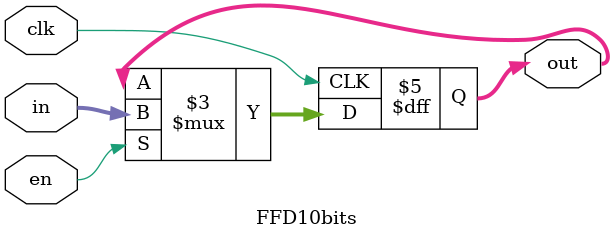
<source format=v>
module FFD10bits(in,en,clk,out);
input [9:0] in; // Data input 
input clk,en; // clock input 
output [9:0] out; // output Q 
reg [9:0] out;
always @(posedge clk) begin
	if(en) begin
		out = in;
	end	
end 
endmodule 
</source>
